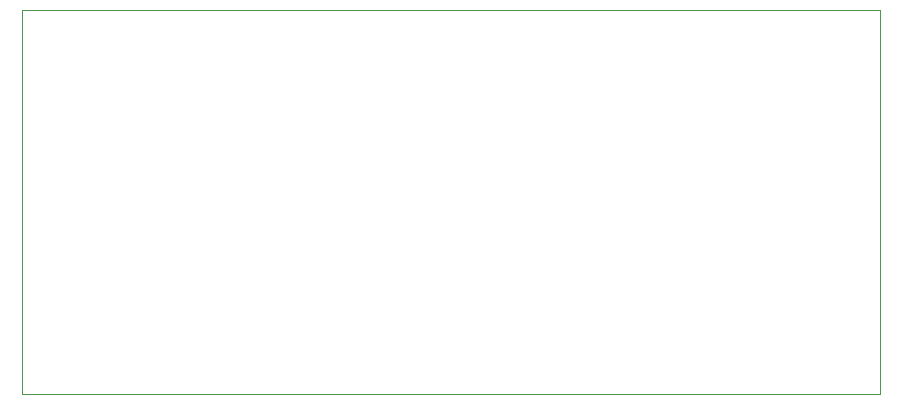
<source format=gbr>
%TF.GenerationSoftware,KiCad,Pcbnew,(6.0.4)*%
%TF.CreationDate,2022-07-20T14:34:23+01:00*%
%TF.ProjectId,_autosave-CameraIntervalometer,5f617574-6f73-4617-9665-2d43616d6572,rev?*%
%TF.SameCoordinates,Original*%
%TF.FileFunction,Profile,NP*%
%FSLAX46Y46*%
G04 Gerber Fmt 4.6, Leading zero omitted, Abs format (unit mm)*
G04 Created by KiCad (PCBNEW (6.0.4)) date 2022-07-20 14:34:23*
%MOMM*%
%LPD*%
G01*
G04 APERTURE LIST*
%TA.AperFunction,Profile*%
%ADD10C,0.100000*%
%TD*%
G04 APERTURE END LIST*
D10*
X110720000Y-65860000D02*
X183370000Y-65860000D01*
X183370000Y-65860000D02*
X183370000Y-98360000D01*
X183370000Y-98360000D02*
X110720000Y-98360000D01*
X110720000Y-98360000D02*
X110720000Y-65860000D01*
M02*

</source>
